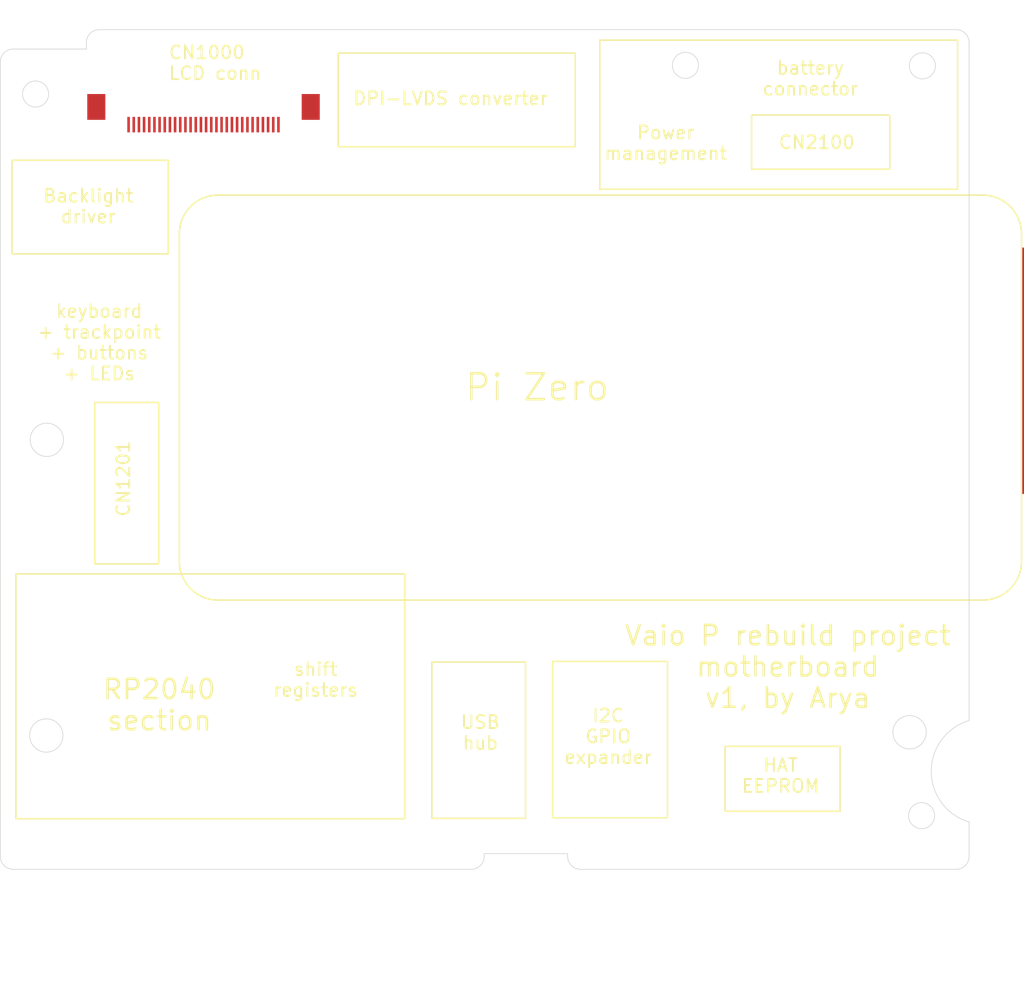
<source format=kicad_pcb>
(kicad_pcb (version 20221018) (generator pcbnew)
  (layers (0 "F.Cu" signal) (31 "B.Cu" signal) (34 "B.Paste" user) (35 "F.Paste" user) (36 "B.SilkS" user "B.Silkscreen") (37 "F.SilkS" user "F.Silkscreen") (38 "B.Mask" user) (39 "F.Mask" user) (44 "Edge.Cuts" user))
  (net 0 "")
  (footprint "p:vaio-lcd-ipex" (layer "F.Cu") (at 136.039951 73 180)
    (fp_text reference "REF**" hide)
    (fp_text value "vaio-lcd-ipex")
    (pad "1" smd rect (at -5.8 0 180) (size 0.2 1.2) (layers "F.Cu" "F.Paste" "F.Mask"))
    (pad "2" smd rect (at -5.4 0 180) (size 0.2 1.2) (layers "F.Cu" "F.Paste" "F.Mask"))
    (pad "3" smd rect (at -5 0 180) (size 0.2 1.2) (layers "F.Cu" "F.Paste" "F.Mask"))
    (pad "4" smd rect (at -4.6 0 180) (size 0.2 1.2) (layers "F.Cu" "F.Paste" "F.Mask"))
    (pad "5" smd rect (at -4.2 0 180) (size 0.2 1.2) (layers "F.Cu" "F.Paste" "F.Mask"))
    (pad "6" smd rect (at -3.8 0 180) (size 0.2 1.2) (layers "F.Cu" "F.Paste" "F.Mask"))
    (pad "7" smd rect (at -3.4 0 180) (size 0.2 1.2) (layers "F.Cu" "F.Paste" "F.Mask"))
    (pad "8" smd rect (at -3 0 180) (size 0.2 1.2) (layers "F.Cu" "F.Paste" "F.Mask"))
    (pad "9" smd rect (at -2.6 0 180) (size 0.2 1.2) (layers "F.Cu" "F.Paste" "F.Mask"))
    (pad "10" smd rect (at -2.2 0 180) (size 0.2 1.2) (layers "F.Cu" "F.Paste" "F.Mask"))
    (pad "11" smd rect (at -1.8 0 180) (size 0.2 1.2) (layers "F.Cu" "F.Paste" "F.Mask"))
    (pad "12" smd rect (at -1.4 0 180) (size 0.2 1.2) (layers "F.Cu" "F.Paste" "F.Mask"))
    (pad "13" smd rect (at -1 0 180) (size 0.2 1.2) (layers "F.Cu" "F.Paste" "F.Mask"))
    (pad "14" smd rect (at -0.6 0 180) (size 0.2 1.2) (layers "F.Cu" "F.Paste" "F.Mask"))
    (pad "15" smd rect (at -0.2 0 180) (size 0.2 1.2) (layers "F.Cu" "F.Paste" "F.Mask"))
    (pad "16" smd rect (at 0.2 0 180) (size 0.2 1.2) (layers "F.Cu" "F.Paste" "F.Mask"))
    (pad "17" smd rect (at 0.6 0 180) (size 0.2 1.2) (layers "F.Cu" "F.Paste" "F.Mask"))
    (pad "18" smd rect (at 1 0 180) (size 0.2 1.2) (layers "F.Cu" "F.Paste" "F.Mask"))
    (pad "19" smd rect (at 1.4 0 180) (size 0.2 1.2) (layers "F.Cu" "F.Paste" "F.Mask"))
    (pad "20" smd rect (at 1.8 0 180) (size 0.2 1.2) (layers "F.Cu" "F.Paste" "F.Mask"))
    (pad "21" smd rect (at 2.2 0 180) (size 0.2 1.2) (layers "F.Cu" "F.Paste" "F.Mask"))
    (pad "22" smd rect (at 2.6 0 180) (size 0.2 1.2) (layers "F.Cu" "F.Paste" "F.Mask"))
    (pad "23" smd rect (at 3 0 180) (size 0.2 1.2) (layers "F.Cu" "F.Paste" "F.Mask"))
    (pad "24" smd rect (at 3.4 0 180) (size 0.2 1.2) (layers "F.Cu" "F.Paste" "F.Mask"))
    (pad "25" smd rect (at 3.8 0 180) (size 0.2 1.2) (layers "F.Cu" "F.Paste" "F.Mask"))
    (pad "26" smd rect (at 4.2 0 180) (size 0.2 1.2) (layers "F.Cu" "F.Paste" "F.Mask"))
    (pad "27" smd rect (at 4.6 0 180) (size 0.2 1.2) (layers "F.Cu" "F.Paste" "F.Mask"))
    (pad "28" smd rect (at 5 0 180) (size 0.2 1.2) (layers "F.Cu" "F.Paste" "F.Mask"))
    (pad "29" smd rect (at 5.4 0 180) (size 0.2 1.2) (layers "F.Cu" "F.Paste" "F.Mask"))
    (pad "30" smd rect (at 5.8 0 180) (size 0.2 1.2) (layers "F.Cu" "F.Paste" "F.Mask"))
    (pad "S" smd rect (at -8.3 1.37 180) (size 1.4 2) (layers "F.Cu" "F.Paste" "F.Mask"))
    (pad "S" smd rect (at 8.3 1.37 180) (size 1.4 2) (layers "F.Cu" "F.Paste" "F.Mask"))
  )
  (gr_line (start 199.467058 101.507107) (end 199.467058 82.607107) (stroke (width 0.2)) (layer "F.Cu"))
  (gr_arc (start 199.367058 106.807107) (mid 198.488378 108.928427) (end 196.367058 109.807107) (stroke (width 0.12)) (layer "F.SilkS"))
  (gr_rect (start 127.617058 94.507107) (end 132.567058 107.007107) (stroke (width 0.12)) (fill none) (layer "F.SilkS"))
  (gr_rect (start 178.467058 72.257107) (end 189.167058 76.457107) (stroke (width 0.12)) (fill none) (layer "F.SilkS"))
  (gr_rect (start 163.067058 114.557107) (end 171.967058 126.657107) (stroke (width 0.12)) (fill none) (layer "F.SilkS"))
  (gr_rect (start 121.517058 107.782107) (end 151.617058 126.732107) (stroke (width 0.12)) (fill none) (layer "F.SilkS"))
  (gr_line (start 137.167058 109.807107) (end 196.367058 109.807107) (stroke (width 0.12)) (layer "F.SilkS"))
  (gr_rect (start 153.717058 114.607107) (end 160.967058 126.707107) (stroke (width 0.12)) (fill none) (layer "F.SilkS"))
  (gr_rect (start 121.217058 75.757107) (end 133.317058 83.007107) (stroke (width 0.12)) (fill none) (layer "F.SilkS"))
  (gr_arc (start 196.367058 78.457107) (mid 198.488378 79.335787) (end 199.367058 81.457107) (stroke (width 0.12)) (layer "F.SilkS"))
  (gr_arc (start 137.167058 109.807107) (mid 135.045738 108.928427) (end 134.167058 106.807107) (stroke (width 0.12)) (layer "F.SilkS"))
  (gr_rect (start 176.417058 121.131707) (end 185.317058 126.157107) (stroke (width 0.12)) (fill none) (layer "F.SilkS"))
  (gr_line (start 137.167058 78.457107) (end 196.367058 78.457107) (stroke (width 0.12)) (layer "F.SilkS"))
  (gr_rect (start 166.717058 66.457107) (end 194.417058 78.007107) (stroke (width 0.12)) (fill none) (layer "F.SilkS"))
  (gr_rect (start 146.467058 67.457107) (end 164.817058 74.707107) (stroke (width 0.12)) (fill none) (layer "F.SilkS"))
  (gr_line (start 199.367058 106.807107) (end 199.367058 81.457107) (stroke (width 0.12)) (layer "F.SilkS"))
  (gr_arc (start 134.167058 81.457107) (mid 135.045738 79.335787) (end 137.167058 78.457107) (stroke (width 0.12)) (layer "F.SilkS"))
  (gr_line (start 134.167058 81.457107) (end 134.167058 106.807107) (stroke (width 0.12)) (layer "F.SilkS"))
  (gr_circle (center 123.039951 70.63) (end 123.029951 71.64) (stroke (width 0.05)) (fill none) (layer "Edge.Cuts"))
  (gr_arc (start 194.309374 65.65) (mid 195.016677 65.943102) (end 195.309374 66.650577) (stroke (width 0.05)) (layer "Edge.Cuts"))
  (gr_line (start 195.309374 119.13) (end 195.309374 66.650577) (stroke (width 0.05)) (layer "Edge.Cuts"))
  (gr_arc (start 121.309951 130.65) (mid 120.602851 130.357104) (end 120.309951 129.65) (stroke (width 0.05)) (layer "Edge.Cuts"))
  (gr_arc (start 120.309951 68.15) (mid 120.602846 67.442895) (end 121.309951 67.15) (stroke (width 0.05)) (layer "Edge.Cuts"))
  (gr_arc (start 126.969951 66.65) (mid 127.262846 65.942895) (end 127.969951 65.65) (stroke (width 0.05)) (layer "Edge.Cuts"))
  (gr_circle (center 123.869951 120.29) (end 123.899951 121.58) (stroke (width 0.05)) (fill none) (layer "Edge.Cuts"))
  (gr_line (start 165.229951 130.65) (end 194.309951 130.65) (stroke (width 0.05)) (layer "Edge.Cuts"))
  (gr_circle (center 191.629902 126.5) (end 191.639902 127.51) (stroke (width 0.05)) (fill none) (layer "Edge.Cuts"))
  (gr_arc (start 195.309904 126.990158) (mid 192.379334 123.060282) (end 195.309374 119.13) (stroke (width 0.05)) (layer "Edge.Cuts"))
  (gr_line (start 194.309374 65.65) (end 127.969951 65.65) (stroke (width 0.05)) (layer "Edge.Cuts"))
  (gr_circle (center 123.909951 97.4) (end 123.939951 98.69) (stroke (width 0.05)) (fill none) (layer "Edge.Cuts"))
  (gr_arc (start 157.769951 129.65) (mid 157.47706 130.357109) (end 156.769951 130.65) (stroke (width 0.05)) (layer "Edge.Cuts"))
  (gr_arc (start 165.229951 130.65) (mid 164.522851 130.357104) (end 164.229951 129.65) (stroke (width 0.05)) (layer "Edge.Cuts"))
  (gr_line (start 164.229951 129.65) (end 164.229951 129.44) (stroke (width 0.05)) (layer "Edge.Cuts"))
  (gr_line (start 120.309951 68.15) (end 120.309951 129.65) (stroke (width 0.05)) (layer "Edge.Cuts"))
  (gr_line (start 121.309951 130.65) (end 156.769951 130.65) (stroke (width 0.05)) (layer "Edge.Cuts"))
  (gr_circle (center 190.70025 120.04) (end 190.67025 121.33) (stroke (width 0.05)) (fill none) (layer "Edge.Cuts"))
  (gr_line (start 121.309951 67.15) (end 126.969951 67.15) (stroke (width 0.05)) (layer "Edge.Cuts"))
  (gr_line (start 195.309951 129.65) (end 195.309951 126.99) (stroke (width 0.05)) (layer "Edge.Cuts"))
  (gr_arc (start 195.309951 129.65) (mid 195.01706 130.357109) (end 194.309951 130.65) (stroke (width 0.05)) (layer "Edge.Cuts"))
  (gr_line (start 157.769951 129.44) (end 164.229951 129.44) (stroke (width 0.05)) (layer "Edge.Cuts"))
  (gr_circle (center 173.349951 68.41) (end 173.339951 69.42) (stroke (width 0.05)) (fill none) (layer "Edge.Cuts"))
  (gr_line (start 157.769951 129.65) (end 157.769951 129.44) (stroke (width 0.05)) (layer "Edge.Cuts"))
  (gr_line (start 126.969951 67.15) (end 126.969951 66.65) (stroke (width 0.05)) (layer "Edge.Cuts"))
  (gr_circle (center 191.689951 68.45) (end 191.679951 69.46) (stroke (width 0.05)) (fill none) (layer "Edge.Cuts"))
  (gr_text "I2C\nGPIO\nexpander" (at 167.367058 122.557107) (layer "F.SilkS") (effects (font (size 1 1)) (justify bottom)))
  (gr_text "HAT\nEEPROM" (at 180.717058 124.781707) (layer "F.SilkS") (effects (font (size 1 1)) (justify bottom)))
  (gr_text "USB\nhub" (at 157.467058 121.457107) (layer "F.SilkS") (effects (font (size 1 1)) (justify bottom)))
  (gr_text "Backlight\ndriver" (at 127.117058 80.707107) (layer "F.SilkS") (effects (font (size 1 1)) (justify bottom)))
  (gr_text "RP2040\nsection" (at 132.617058 120.007107) (layer "F.SilkS") (effects (font (size 1.5 1.5) (thickness 0.2)) (justify bottom)))
  (gr_text "Pi Zero" (at 161.867058 94.507107) (layer "F.SilkS") (effects (font (size 2 2) (thickness 0.2)) (justify bottom)))
  (gr_text "shift\nregisters" (at 144.717058 117.357107) (layer "F.SilkS") (effects (font (size 1 1)) (justify bottom)))
  (gr_text "Power\nmanagement" (at 171.817058 75.807107) (layer "F.SilkS") (effects (font (size 1 1)) (justify bottom)))
  (gr_text "CN1201" (at 130.417058 100.407107 90) (layer "F.SilkS") (effects (font (size 1 1)) (justify bottom)))
  (gr_text "CN1000\nLCD conn" (at 133.267058 69.607107) (layer "F.SilkS") (effects (font (size 1 1)) (justify left bottom)))
  (gr_text "DPI-LVDS converter" (at 155.167058 71.557107) (layer "F.SilkS") (effects (font (size 1 1)) (justify bottom)))
  (gr_text "battery\nconnector" (at 183.017058 70.807107) (layer "F.SilkS") (effects (font (size 1 1)) (justify bottom)))
  (gr_text "Vaio P rebuild project\nmotherboard\nv1, by Arya" (at 181.267058 118.257107) (layer "F.SilkS") (effects (font (size 1.5 1.5) (thickness 0.2)) (justify bottom)))
  (gr_text "CN2100" (at 183.517058 74.957107) (layer "F.SilkS") (effects (font (size 1 1)) (justify bottom)))
  (gr_text "keyboard\n+ trackpoint\n+ buttons\n+ LEDs" (at 127.967058 92.857107) (layer "F.SilkS") (effects (font (size 1 1)) (justify bottom)))
)
</source>
